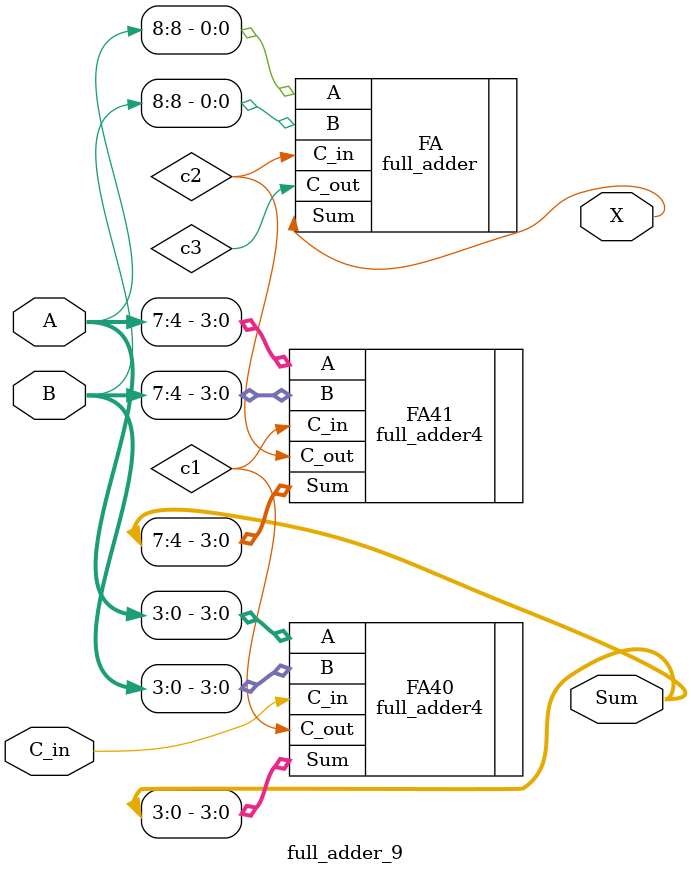
<source format=sv>
module full_adder_9
(
    input   logic[8:0]     A,
    input   logic[8:0]     B,
	 input 	logic				C_in,
    output  logic[7:0]     Sum,
    output  logic          X
);
	 // This 9-bit adder are combined from 2 4-bit full adders and one 1-bit full adder
	 logic c1, c2, c3;
	 full_adder4 FA40(.A(A[3:0]), .B(B[3:0]), .C_in, .Sum(Sum[3:0]), .C_out(c1));
	 full_adder4 FA41(.A(A[7:4]), .B(B[7:4]), .C_in(c1),   .Sum(Sum[7:4]), .C_out(c2));
	 
	 // calculate the last bit for output X 
	 full_adder  FA(.A(A[8]), .B(B[8]), .C_in(c2), .Sum(X),.C_out(c3));
endmodule

</source>
